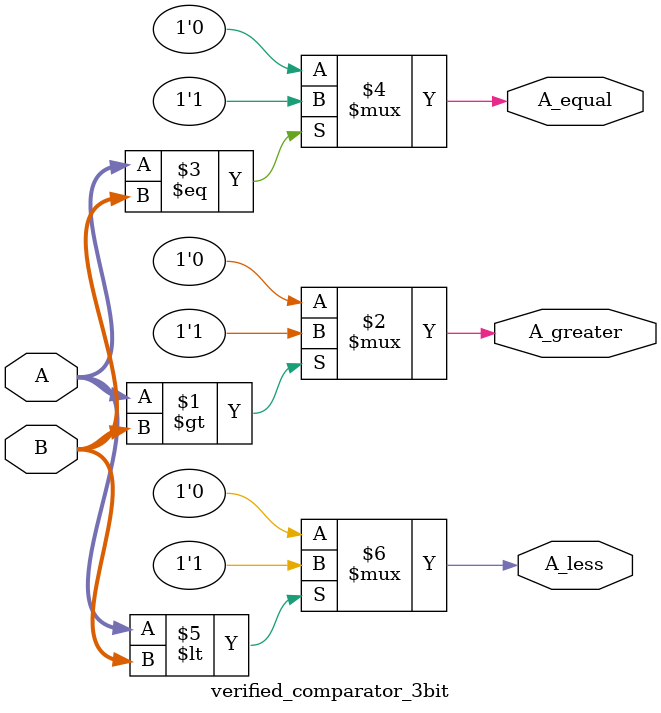
<source format=v>
module verified_comparator_3bit (
    input [2:0] A,
    input [2:0] B,
    output A_greater,
    output A_equal,
    output A_less
);

    assign A_greater = (A > B) ? 1'b1 : 1'b0;
    assign A_equal = (A == B) ? 1'b1 : 1'b0;
    assign A_less = (A < B) ? 1'b1 : 1'b0;

endmodule
</source>
